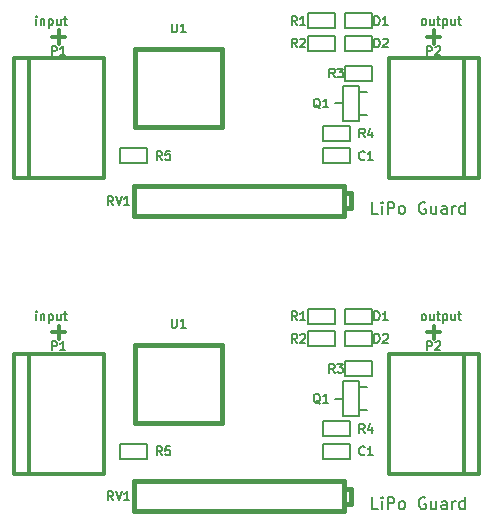
<source format=gto>
%MOIN*%
%OFA0B0*%
%FSLAX46Y46*%
%IPPOS*%
%LPD*%
%ADD10C,0.0039370078740157488*%
%ADD11C,0.005905511811023622*%
%ADD12C,0.011811023622047244*%
%ADD13C,0.015000000000000001*%
%ADD14C,0.012000000000000002*%
%ADD15C,0.005*%
%ADD26C,0.0039370078740157488*%
%ADD27C,0.005905511811023622*%
%ADD28C,0.011811023622047244*%
%ADD29C,0.015000000000000001*%
%ADD30C,0.012000000000000002*%
%ADD31C,0.005*%
%LPD*%
G01G01*
D10*
D11*
X0001365944Y0000811839D02*
X0001363132Y0000813245D01*
X0001361726Y0000814651D01*
X0001360320Y0000817463D01*
X0001360320Y0000825899D01*
X0001361726Y0000828712D01*
X0001363132Y0000830118D01*
X0001365944Y0000831524D01*
X0001370163Y0000831524D01*
X0001372975Y0000830118D01*
X0001374381Y0000828712D01*
X0001375787Y0000825899D01*
X0001375787Y0000817463D01*
X0001374381Y0000814651D01*
X0001372975Y0000813245D01*
X0001370163Y0000811839D01*
X0001365944Y0000811839D01*
X0001401096Y0000831524D02*
X0001401096Y0000811839D01*
X0001388442Y0000831524D02*
X0001388442Y0000816057D01*
X0001389848Y0000813245D01*
X0001392660Y0000811839D01*
X0001396878Y0000811839D01*
X0001399690Y0000813245D01*
X0001401096Y0000814651D01*
X0001410939Y0000831524D02*
X0001422187Y0000831524D01*
X0001415157Y0000841366D02*
X0001415157Y0000816057D01*
X0001416563Y0000813245D01*
X0001419375Y0000811839D01*
X0001422187Y0000811839D01*
X0001432030Y0000831524D02*
X0001432030Y0000801996D01*
X0001432030Y0000830118D02*
X0001434842Y0000831524D01*
X0001440466Y0000831524D01*
X0001443278Y0000830118D01*
X0001444685Y0000828712D01*
X0001446091Y0000825899D01*
X0001446091Y0000817463D01*
X0001444685Y0000814651D01*
X0001443278Y0000813245D01*
X0001440466Y0000811839D01*
X0001434842Y0000811839D01*
X0001432030Y0000813245D01*
X0001471400Y0000831524D02*
X0001471400Y0000811839D01*
X0001458745Y0000831524D02*
X0001458745Y0000816057D01*
X0001460151Y0000813245D01*
X0001462963Y0000811839D01*
X0001467182Y0000811839D01*
X0001469994Y0000813245D01*
X0001471400Y0000814651D01*
X0001481242Y0000831524D02*
X0001492491Y0000831524D01*
X0001485461Y0000841366D02*
X0001485461Y0000816057D01*
X0001486867Y0000813245D01*
X0001489679Y0000811839D01*
X0001492491Y0000811839D01*
X0000076490Y0000811839D02*
X0000076490Y0000831524D01*
X0000076490Y0000841366D02*
X0000075084Y0000839960D01*
X0000076490Y0000838554D01*
X0000077896Y0000839960D01*
X0000076490Y0000841366D01*
X0000076490Y0000838554D01*
X0000090551Y0000831524D02*
X0000090551Y0000811839D01*
X0000090551Y0000828712D02*
X0000091957Y0000830118D01*
X0000094769Y0000831524D01*
X0000098987Y0000831524D01*
X0000101799Y0000830118D01*
X0000103205Y0000827305D01*
X0000103205Y0000811839D01*
X0000117266Y0000831524D02*
X0000117266Y0000801996D01*
X0000117266Y0000830118D02*
X0000120078Y0000831524D01*
X0000125703Y0000831524D01*
X0000128515Y0000830118D01*
X0000129921Y0000828712D01*
X0000131327Y0000825899D01*
X0000131327Y0000817463D01*
X0000129921Y0000814651D01*
X0000128515Y0000813245D01*
X0000125703Y0000811839D01*
X0000120078Y0000811839D01*
X0000117266Y0000813245D01*
X0000156636Y0000831524D02*
X0000156636Y0000811839D01*
X0000143981Y0000831524D02*
X0000143981Y0000816057D01*
X0000145388Y0000813245D01*
X0000148200Y0000811839D01*
X0000152418Y0000811839D01*
X0000155230Y0000813245D01*
X0000156636Y0000814651D01*
X0000166479Y0000831524D02*
X0000177727Y0000831524D01*
X0000170697Y0000841366D02*
X0000170697Y0000816057D01*
X0000172103Y0000813245D01*
X0000174915Y0000811839D01*
X0000177727Y0000811839D01*
X0001215016Y0000182386D02*
X0001196269Y0000182386D01*
X0001196269Y0000221756D01*
X0001228140Y0000182386D02*
X0001228140Y0000208633D01*
X0001228140Y0000221756D02*
X0001226265Y0000219881D01*
X0001228140Y0000218007D01*
X0001230014Y0000219881D01*
X0001228140Y0000221756D01*
X0001228140Y0000218007D01*
X0001246887Y0000182386D02*
X0001246887Y0000221756D01*
X0001261886Y0000221756D01*
X0001265635Y0000219881D01*
X0001267510Y0000218007D01*
X0001269385Y0000214257D01*
X0001269385Y0000208633D01*
X0001267510Y0000204883D01*
X0001265635Y0000203009D01*
X0001261886Y0000201134D01*
X0001246887Y0000201134D01*
X0001291882Y0000182386D02*
X0001288132Y0000184261D01*
X0001286257Y0000186136D01*
X0001284383Y0000189885D01*
X0001284383Y0000201134D01*
X0001286257Y0000204883D01*
X0001288132Y0000206758D01*
X0001291882Y0000208633D01*
X0001297506Y0000208633D01*
X0001301256Y0000206758D01*
X0001303130Y0000204883D01*
X0001305005Y0000201134D01*
X0001305005Y0000189885D01*
X0001303130Y0000186136D01*
X0001301256Y0000184261D01*
X0001297506Y0000182386D01*
X0001291882Y0000182386D01*
X0001372497Y0000219881D02*
X0001368747Y0000221756D01*
X0001363123Y0000221756D01*
X0001357499Y0000219881D01*
X0001353749Y0000216132D01*
X0001351874Y0000212382D01*
X0001349999Y0000204883D01*
X0001349999Y0000199259D01*
X0001351874Y0000191760D01*
X0001353749Y0000188010D01*
X0001357499Y0000184261D01*
X0001363123Y0000182386D01*
X0001366872Y0000182386D01*
X0001372497Y0000184261D01*
X0001374371Y0000186136D01*
X0001374371Y0000199259D01*
X0001366872Y0000199259D01*
X0001408117Y0000208633D02*
X0001408117Y0000182386D01*
X0001391244Y0000208633D02*
X0001391244Y0000188010D01*
X0001393119Y0000184261D01*
X0001396869Y0000182386D01*
X0001402493Y0000182386D01*
X0001406242Y0000184261D01*
X0001408117Y0000186136D01*
X0001443738Y0000182386D02*
X0001443738Y0000203009D01*
X0001441863Y0000206758D01*
X0001438114Y0000208633D01*
X0001430614Y0000208633D01*
X0001426865Y0000206758D01*
X0001443738Y0000184261D02*
X0001439988Y0000182386D01*
X0001430614Y0000182386D01*
X0001426865Y0000184261D01*
X0001424990Y0000188010D01*
X0001424990Y0000191760D01*
X0001426865Y0000195509D01*
X0001430614Y0000197384D01*
X0001439988Y0000197384D01*
X0001443738Y0000199259D01*
X0001462485Y0000182386D02*
X0001462485Y0000208633D01*
X0001462485Y0000201134D02*
X0001464360Y0000204883D01*
X0001466235Y0000206758D01*
X0001469984Y0000208633D01*
X0001473734Y0000208633D01*
X0001503730Y0000182386D02*
X0001503730Y0000221756D01*
X0001503730Y0000184261D02*
X0001499981Y0000182386D01*
X0001492482Y0000182386D01*
X0001488732Y0000184261D01*
X0001486857Y0000186136D01*
X0001484983Y0000189885D01*
X0001484983Y0000201134D01*
X0001486857Y0000204883D01*
X0001488732Y0000206758D01*
X0001492482Y0000208633D01*
X0001499981Y0000208633D01*
X0001503730Y0000206758D01*
D12*
X0001377502Y0000770978D02*
X0001422497Y0000770978D01*
X0001400000Y0000748481D02*
X0001400000Y0000793475D01*
X0000127502Y0000770978D02*
X0000172497Y0000770978D01*
X0000150000Y0000748481D02*
X0000150000Y0000793475D01*
D13*
X0000404299Y0000730096D02*
X0000404299Y0000470296D01*
X0000404299Y0000470296D02*
X0000695700Y0000470296D01*
X0000695700Y0000470296D02*
X0000695700Y0000730096D01*
X0000695700Y0000730096D02*
X0000404299Y0000730096D01*
D14*
X0001499999Y0000700196D02*
X0001499999Y0000300196D01*
X0001550000Y0000700196D02*
X0001250000Y0000700196D01*
X0001250000Y0000700196D02*
X0001250000Y0000300196D01*
X0001250000Y0000300196D02*
X0001550000Y0000300196D01*
X0001550000Y0000300196D02*
X0001550000Y0000700196D01*
D15*
X0001105000Y0000850196D02*
X0001195000Y0000850196D01*
X0001195000Y0000850196D02*
X0001195000Y0000800196D01*
X0001195000Y0000800196D02*
X0001105000Y0000800196D01*
X0001105000Y0000800196D02*
X0001105000Y0000850196D01*
X0001105000Y0000775196D02*
X0001195000Y0000775196D01*
X0001195000Y0000775196D02*
X0001195000Y0000725196D01*
X0001195000Y0000725196D02*
X0001105000Y0000725196D01*
X0001105000Y0000725196D02*
X0001105000Y0000775196D01*
D14*
X0000050000Y0000300196D02*
X0000050000Y0000700196D01*
X0000000000Y0000300196D02*
X0000300000Y0000300196D01*
X0000300000Y0000300196D02*
X0000300000Y0000700196D01*
X0000300000Y0000700196D02*
X0000000000Y0000700196D01*
X0000000000Y0000700196D02*
X0000000000Y0000300196D01*
D15*
X0000979999Y0000850196D02*
X0001069999Y0000850196D01*
X0001069999Y0000850196D02*
X0001069999Y0000800196D01*
X0001069999Y0000800196D02*
X0000979999Y0000800196D01*
X0000979999Y0000800196D02*
X0000979999Y0000850196D01*
X0000979999Y0000775196D02*
X0001069999Y0000775196D01*
X0001069999Y0000775196D02*
X0001069999Y0000725196D01*
X0001069999Y0000725196D02*
X0000979999Y0000725196D01*
X0000979999Y0000725196D02*
X0000979999Y0000775196D01*
X0001030000Y0000475196D02*
X0001120000Y0000475196D01*
X0001120000Y0000475196D02*
X0001120000Y0000425196D01*
X0001120000Y0000425196D02*
X0001030000Y0000425196D01*
X0001030000Y0000425196D02*
X0001030000Y0000475196D01*
X0001105000Y0000675196D02*
X0001195000Y0000675196D01*
X0001195000Y0000675196D02*
X0001195000Y0000625196D01*
X0001195000Y0000625196D02*
X0001105000Y0000625196D01*
X0001105000Y0000625196D02*
X0001105000Y0000675196D01*
D13*
X0001099999Y0000200196D02*
X0001124999Y0000200196D01*
X0001124999Y0000200196D02*
X0001124999Y0000250196D01*
X0001124999Y0000250196D02*
X0001099999Y0000250196D01*
X0001099999Y0000275196D02*
X0000399999Y0000275196D01*
X0000399999Y0000275196D02*
X0000399999Y0000175196D01*
X0000399999Y0000175196D02*
X0001099999Y0000175196D01*
X0001099999Y0000175196D02*
X0001099999Y0000275196D01*
D15*
X0001152500Y0000587696D02*
X0001178499Y0000587696D01*
X0001152500Y0000512696D02*
X0001178499Y0000512696D01*
X0001097499Y0000550196D02*
X0001071500Y0000550196D01*
X0001097499Y0000491196D02*
X0001097499Y0000609196D01*
X0001097499Y0000609196D02*
X0001152500Y0000609196D01*
X0001152500Y0000609196D02*
X0001152500Y0000491196D01*
X0001152500Y0000491196D02*
X0001097499Y0000491196D01*
X0001030000Y0000400196D02*
X0001120000Y0000400196D01*
X0001120000Y0000400196D02*
X0001120000Y0000350196D01*
X0001120000Y0000350196D02*
X0001030000Y0000350196D01*
X0001030000Y0000350196D02*
X0001030000Y0000400196D01*
X0000354999Y0000400196D02*
X0000444999Y0000400196D01*
X0000444999Y0000400196D02*
X0000444999Y0000350196D01*
X0000444999Y0000350196D02*
X0000354999Y0000350196D01*
X0000354999Y0000350196D02*
X0000354999Y0000400196D01*
D11*
X0000527502Y0000816366D02*
X0000527502Y0000792463D01*
X0000528908Y0000789651D01*
X0000530314Y0000788245D01*
X0000533127Y0000786839D01*
X0000538751Y0000786839D01*
X0000541563Y0000788245D01*
X0000542969Y0000789651D01*
X0000544375Y0000792463D01*
X0000544375Y0000816366D01*
X0000573903Y0000786839D02*
X0000557030Y0000786839D01*
X0000565466Y0000786839D02*
X0000565466Y0000816366D01*
X0000562654Y0000812148D01*
X0000559842Y0000809336D01*
X0000557030Y0000807930D01*
X0001378205Y0000711839D02*
X0001378205Y0000741366D01*
X0001389454Y0000741366D01*
X0001392266Y0000739960D01*
X0001393672Y0000738554D01*
X0001395078Y0000735742D01*
X0001395078Y0000731524D01*
X0001393672Y0000728712D01*
X0001392266Y0000727305D01*
X0001389454Y0000725899D01*
X0001378205Y0000725899D01*
X0001406327Y0000738554D02*
X0001407733Y0000739960D01*
X0001410545Y0000741366D01*
X0001417575Y0000741366D01*
X0001420388Y0000739960D01*
X0001421794Y0000738554D01*
X0001423200Y0000735742D01*
X0001423200Y0000732930D01*
X0001421794Y0000728712D01*
X0001404921Y0000711839D01*
X0001423200Y0000711839D01*
X0001203205Y0000811839D02*
X0001203205Y0000841366D01*
X0001210236Y0000841366D01*
X0001214454Y0000839960D01*
X0001217266Y0000837148D01*
X0001218672Y0000834336D01*
X0001220078Y0000828712D01*
X0001220078Y0000824493D01*
X0001218672Y0000818869D01*
X0001217266Y0000816057D01*
X0001214454Y0000813245D01*
X0001210236Y0000811839D01*
X0001203205Y0000811839D01*
X0001248200Y0000811839D02*
X0001231327Y0000811839D01*
X0001239763Y0000811839D02*
X0001239763Y0000841366D01*
X0001236951Y0000837148D01*
X0001234139Y0000834336D01*
X0001231327Y0000832930D01*
X0001203205Y0000736839D02*
X0001203205Y0000766366D01*
X0001210236Y0000766366D01*
X0001214454Y0000764960D01*
X0001217266Y0000762148D01*
X0001218672Y0000759336D01*
X0001220078Y0000753712D01*
X0001220078Y0000749493D01*
X0001218672Y0000743869D01*
X0001217266Y0000741057D01*
X0001214454Y0000738245D01*
X0001210236Y0000736839D01*
X0001203205Y0000736839D01*
X0001231327Y0000763554D02*
X0001232733Y0000764960D01*
X0001235545Y0000766366D01*
X0001242575Y0000766366D01*
X0001245388Y0000764960D01*
X0001246794Y0000763554D01*
X0001248200Y0000760742D01*
X0001248200Y0000757930D01*
X0001246794Y0000753712D01*
X0001229921Y0000736839D01*
X0001248200Y0000736839D01*
X0000128205Y0000711839D02*
X0000128205Y0000741366D01*
X0000139454Y0000741366D01*
X0000142266Y0000739960D01*
X0000143672Y0000738554D01*
X0000145078Y0000735742D01*
X0000145078Y0000731524D01*
X0000143672Y0000728712D01*
X0000142266Y0000727305D01*
X0000139454Y0000725899D01*
X0000128205Y0000725899D01*
X0000173200Y0000711839D02*
X0000156327Y0000711839D01*
X0000164763Y0000711839D02*
X0000164763Y0000741366D01*
X0000161951Y0000737148D01*
X0000159139Y0000734336D01*
X0000156327Y0000732930D01*
X0000945078Y0000811839D02*
X0000935236Y0000825899D01*
X0000928205Y0000811839D02*
X0000928205Y0000841366D01*
X0000939454Y0000841366D01*
X0000942266Y0000839960D01*
X0000943672Y0000838554D01*
X0000945078Y0000835742D01*
X0000945078Y0000831524D01*
X0000943672Y0000828712D01*
X0000942266Y0000827305D01*
X0000939454Y0000825899D01*
X0000928205Y0000825899D01*
X0000973200Y0000811839D02*
X0000956327Y0000811839D01*
X0000964763Y0000811839D02*
X0000964763Y0000841366D01*
X0000961951Y0000837148D01*
X0000959139Y0000834336D01*
X0000956327Y0000832930D01*
X0000945078Y0000736839D02*
X0000935236Y0000750899D01*
X0000928205Y0000736839D02*
X0000928205Y0000766366D01*
X0000939454Y0000766366D01*
X0000942266Y0000764960D01*
X0000943672Y0000763554D01*
X0000945078Y0000760742D01*
X0000945078Y0000756524D01*
X0000943672Y0000753712D01*
X0000942266Y0000752305D01*
X0000939454Y0000750899D01*
X0000928205Y0000750899D01*
X0000956327Y0000763554D02*
X0000957733Y0000764960D01*
X0000960545Y0000766366D01*
X0000967575Y0000766366D01*
X0000970388Y0000764960D01*
X0000971794Y0000763554D01*
X0000973200Y0000760742D01*
X0000973200Y0000757930D01*
X0000971794Y0000753712D01*
X0000954921Y0000736839D01*
X0000973200Y0000736839D01*
X0001170078Y0000436839D02*
X0001160236Y0000450899D01*
X0001153205Y0000436839D02*
X0001153205Y0000466366D01*
X0001164454Y0000466366D01*
X0001167266Y0000464960D01*
X0001168672Y0000463554D01*
X0001170078Y0000460742D01*
X0001170078Y0000456524D01*
X0001168672Y0000453712D01*
X0001167266Y0000452305D01*
X0001164454Y0000450899D01*
X0001153205Y0000450899D01*
X0001195388Y0000456524D02*
X0001195388Y0000436839D01*
X0001188357Y0000467772D02*
X0001181327Y0000446681D01*
X0001199606Y0000446681D01*
X0001070078Y0000636839D02*
X0001060236Y0000650899D01*
X0001053205Y0000636839D02*
X0001053205Y0000666366D01*
X0001064454Y0000666366D01*
X0001067266Y0000664960D01*
X0001068672Y0000663554D01*
X0001070078Y0000660742D01*
X0001070078Y0000656524D01*
X0001068672Y0000653712D01*
X0001067266Y0000652305D01*
X0001064454Y0000650899D01*
X0001053205Y0000650899D01*
X0001079921Y0000666366D02*
X0001098200Y0000666366D01*
X0001088357Y0000655118D01*
X0001092575Y0000655118D01*
X0001095388Y0000653712D01*
X0001096794Y0000652305D01*
X0001098200Y0000649493D01*
X0001098200Y0000642463D01*
X0001096794Y0000639651D01*
X0001095388Y0000638245D01*
X0001092575Y0000636839D01*
X0001084139Y0000636839D01*
X0001081327Y0000638245D01*
X0001079921Y0000639651D01*
X0000332424Y0000211839D02*
X0000322581Y0000225899D01*
X0000315551Y0000211839D02*
X0000315551Y0000241366D01*
X0000326799Y0000241366D01*
X0000329611Y0000239960D01*
X0000331018Y0000238554D01*
X0000332424Y0000235742D01*
X0000332424Y0000231524D01*
X0000331018Y0000228712D01*
X0000329611Y0000227305D01*
X0000326799Y0000225899D01*
X0000315551Y0000225899D01*
X0000340860Y0000241366D02*
X0000350703Y0000211839D01*
X0000360545Y0000241366D01*
X0000385854Y0000211839D02*
X0000368981Y0000211839D01*
X0000377418Y0000211839D02*
X0000377418Y0000241366D01*
X0000374606Y0000237148D01*
X0000371794Y0000234336D01*
X0000368981Y0000232930D01*
X0001022187Y0000534026D02*
X0001019375Y0000535433D01*
X0001016563Y0000538245D01*
X0001012345Y0000542463D01*
X0001009533Y0000543869D01*
X0001006721Y0000543869D01*
X0001008127Y0000536839D02*
X0001005314Y0000538245D01*
X0001002502Y0000541057D01*
X0001001096Y0000546681D01*
X0001001096Y0000556524D01*
X0001002502Y0000562148D01*
X0001005314Y0000564960D01*
X0001008127Y0000566366D01*
X0001013751Y0000566366D01*
X0001016563Y0000564960D01*
X0001019375Y0000562148D01*
X0001020781Y0000556524D01*
X0001020781Y0000546681D01*
X0001019375Y0000541057D01*
X0001016563Y0000538245D01*
X0001013751Y0000536839D01*
X0001008127Y0000536839D01*
X0001048903Y0000536839D02*
X0001032030Y0000536839D01*
X0001040466Y0000536839D02*
X0001040466Y0000566366D01*
X0001037654Y0000562148D01*
X0001034842Y0000559336D01*
X0001032030Y0000557930D01*
X0001170078Y0000364651D02*
X0001168672Y0000363245D01*
X0001164454Y0000361839D01*
X0001161642Y0000361839D01*
X0001157424Y0000363245D01*
X0001154611Y0000366057D01*
X0001153205Y0000368869D01*
X0001151799Y0000374493D01*
X0001151799Y0000378712D01*
X0001153205Y0000384336D01*
X0001154611Y0000387148D01*
X0001157424Y0000389960D01*
X0001161642Y0000391366D01*
X0001164454Y0000391366D01*
X0001168672Y0000389960D01*
X0001170078Y0000388554D01*
X0001198200Y0000361839D02*
X0001181327Y0000361839D01*
X0001189763Y0000361839D02*
X0001189763Y0000391366D01*
X0001186951Y0000387148D01*
X0001184139Y0000384336D01*
X0001181327Y0000382930D01*
X0000495078Y0000361839D02*
X0000485236Y0000375899D01*
X0000478205Y0000361839D02*
X0000478205Y0000391366D01*
X0000489454Y0000391366D01*
X0000492266Y0000389960D01*
X0000493672Y0000388554D01*
X0000495078Y0000385742D01*
X0000495078Y0000381524D01*
X0000493672Y0000378712D01*
X0000492266Y0000377305D01*
X0000489454Y0000375899D01*
X0000478205Y0000375899D01*
X0000521794Y0000391366D02*
X0000507733Y0000391366D01*
X0000506327Y0000377305D01*
X0000507733Y0000378712D01*
X0000510545Y0000380118D01*
X0000517575Y0000380118D01*
X0000520388Y0000378712D01*
X0000521794Y0000377305D01*
X0000523200Y0000374493D01*
X0000523200Y0000367463D01*
X0000521794Y0000364651D01*
X0000520388Y0000363245D01*
X0000517575Y0000361839D01*
X0000510545Y0000361839D01*
X0000507733Y0000363245D01*
X0000506327Y0000364651D01*
G04 next file*
G04 #@! TF.FileFunction,Legend,Top*
G04 Gerber Fmt 4.6, Leading zero omitted, Abs format (unit mm)*
G04 Created by KiCad (PCBNEW 4.0.4-stable) date Thu Oct  6 13:32:55 2016*
G01G01*
G04 APERTURE LIST*
G04 APERTURE END LIST*
D26*
D27*
X0001365944Y0001796091D02*
X0001363132Y0001797497D01*
X0001361726Y0001798903D01*
X0001360320Y0001801715D01*
X0001360320Y0001810151D01*
X0001361726Y0001812963D01*
X0001363132Y0001814370D01*
X0001365944Y0001815776D01*
X0001370163Y0001815776D01*
X0001372975Y0001814370D01*
X0001374381Y0001812963D01*
X0001375787Y0001810151D01*
X0001375787Y0001801715D01*
X0001374381Y0001798903D01*
X0001372975Y0001797497D01*
X0001370163Y0001796091D01*
X0001365944Y0001796091D01*
X0001401096Y0001815776D02*
X0001401096Y0001796091D01*
X0001388442Y0001815776D02*
X0001388442Y0001800309D01*
X0001389848Y0001797497D01*
X0001392660Y0001796091D01*
X0001396878Y0001796091D01*
X0001399690Y0001797497D01*
X0001401096Y0001798903D01*
X0001410939Y0001815776D02*
X0001422187Y0001815776D01*
X0001415157Y0001825618D02*
X0001415157Y0001800309D01*
X0001416563Y0001797497D01*
X0001419375Y0001796091D01*
X0001422187Y0001796091D01*
X0001432030Y0001815776D02*
X0001432030Y0001786248D01*
X0001432030Y0001814370D02*
X0001434842Y0001815776D01*
X0001440466Y0001815776D01*
X0001443278Y0001814370D01*
X0001444685Y0001812963D01*
X0001446091Y0001810151D01*
X0001446091Y0001801715D01*
X0001444685Y0001798903D01*
X0001443278Y0001797497D01*
X0001440466Y0001796091D01*
X0001434842Y0001796091D01*
X0001432030Y0001797497D01*
X0001471400Y0001815776D02*
X0001471400Y0001796091D01*
X0001458745Y0001815776D02*
X0001458745Y0001800309D01*
X0001460151Y0001797497D01*
X0001462963Y0001796091D01*
X0001467182Y0001796091D01*
X0001469994Y0001797497D01*
X0001471400Y0001798903D01*
X0001481242Y0001815776D02*
X0001492491Y0001815776D01*
X0001485461Y0001825618D02*
X0001485461Y0001800309D01*
X0001486867Y0001797497D01*
X0001489679Y0001796091D01*
X0001492491Y0001796091D01*
X0000076490Y0001796091D02*
X0000076490Y0001815776D01*
X0000076490Y0001825618D02*
X0000075084Y0001824212D01*
X0000076490Y0001822806D01*
X0000077896Y0001824212D01*
X0000076490Y0001825618D01*
X0000076490Y0001822806D01*
X0000090551Y0001815776D02*
X0000090551Y0001796091D01*
X0000090551Y0001812963D02*
X0000091957Y0001814370D01*
X0000094769Y0001815776D01*
X0000098987Y0001815776D01*
X0000101799Y0001814370D01*
X0000103205Y0001811557D01*
X0000103205Y0001796091D01*
X0000117266Y0001815776D02*
X0000117266Y0001786248D01*
X0000117266Y0001814370D02*
X0000120078Y0001815776D01*
X0000125703Y0001815776D01*
X0000128515Y0001814370D01*
X0000129921Y0001812963D01*
X0000131327Y0001810151D01*
X0000131327Y0001801715D01*
X0000129921Y0001798903D01*
X0000128515Y0001797497D01*
X0000125703Y0001796091D01*
X0000120078Y0001796091D01*
X0000117266Y0001797497D01*
X0000156636Y0001815776D02*
X0000156636Y0001796091D01*
X0000143981Y0001815776D02*
X0000143981Y0001800309D01*
X0000145388Y0001797497D01*
X0000148200Y0001796091D01*
X0000152418Y0001796091D01*
X0000155230Y0001797497D01*
X0000156636Y0001798903D01*
X0000166479Y0001815776D02*
X0000177727Y0001815776D01*
X0000170697Y0001825618D02*
X0000170697Y0001800309D01*
X0000172103Y0001797497D01*
X0000174915Y0001796091D01*
X0000177727Y0001796091D01*
X0001215016Y0001166638D02*
X0001196269Y0001166638D01*
X0001196269Y0001206008D01*
X0001228140Y0001166638D02*
X0001228140Y0001192885D01*
X0001228140Y0001206008D02*
X0001226265Y0001204133D01*
X0001228140Y0001202259D01*
X0001230014Y0001204133D01*
X0001228140Y0001206008D01*
X0001228140Y0001202259D01*
X0001246887Y0001166638D02*
X0001246887Y0001206008D01*
X0001261886Y0001206008D01*
X0001265635Y0001204133D01*
X0001267510Y0001202259D01*
X0001269385Y0001198509D01*
X0001269385Y0001192885D01*
X0001267510Y0001189135D01*
X0001265635Y0001187260D01*
X0001261886Y0001185386D01*
X0001246887Y0001185386D01*
X0001291882Y0001166638D02*
X0001288132Y0001168513D01*
X0001286257Y0001170388D01*
X0001284383Y0001174137D01*
X0001284383Y0001185386D01*
X0001286257Y0001189135D01*
X0001288132Y0001191010D01*
X0001291882Y0001192885D01*
X0001297506Y0001192885D01*
X0001301256Y0001191010D01*
X0001303130Y0001189135D01*
X0001305005Y0001185386D01*
X0001305005Y0001174137D01*
X0001303130Y0001170388D01*
X0001301256Y0001168513D01*
X0001297506Y0001166638D01*
X0001291882Y0001166638D01*
X0001372497Y0001204133D02*
X0001368747Y0001206008D01*
X0001363123Y0001206008D01*
X0001357499Y0001204133D01*
X0001353749Y0001200384D01*
X0001351874Y0001196634D01*
X0001349999Y0001189135D01*
X0001349999Y0001183511D01*
X0001351874Y0001176012D01*
X0001353749Y0001172262D01*
X0001357499Y0001168513D01*
X0001363123Y0001166638D01*
X0001366872Y0001166638D01*
X0001372497Y0001168513D01*
X0001374371Y0001170388D01*
X0001374371Y0001183511D01*
X0001366872Y0001183511D01*
X0001408117Y0001192885D02*
X0001408117Y0001166638D01*
X0001391244Y0001192885D02*
X0001391244Y0001172262D01*
X0001393119Y0001168513D01*
X0001396869Y0001166638D01*
X0001402493Y0001166638D01*
X0001406242Y0001168513D01*
X0001408117Y0001170388D01*
X0001443738Y0001166638D02*
X0001443738Y0001187260D01*
X0001441863Y0001191010D01*
X0001438114Y0001192885D01*
X0001430614Y0001192885D01*
X0001426865Y0001191010D01*
X0001443738Y0001168513D02*
X0001439988Y0001166638D01*
X0001430614Y0001166638D01*
X0001426865Y0001168513D01*
X0001424990Y0001172262D01*
X0001424990Y0001176012D01*
X0001426865Y0001179761D01*
X0001430614Y0001181636D01*
X0001439988Y0001181636D01*
X0001443738Y0001183511D01*
X0001462485Y0001166638D02*
X0001462485Y0001192885D01*
X0001462485Y0001185386D02*
X0001464360Y0001189135D01*
X0001466235Y0001191010D01*
X0001469984Y0001192885D01*
X0001473734Y0001192885D01*
X0001503730Y0001166638D02*
X0001503730Y0001206008D01*
X0001503730Y0001168513D02*
X0001499981Y0001166638D01*
X0001492482Y0001166638D01*
X0001488732Y0001168513D01*
X0001486857Y0001170388D01*
X0001484983Y0001174137D01*
X0001484983Y0001185386D01*
X0001486857Y0001189135D01*
X0001488732Y0001191010D01*
X0001492482Y0001192885D01*
X0001499981Y0001192885D01*
X0001503730Y0001191010D01*
D28*
X0001377502Y0001755230D02*
X0001422497Y0001755230D01*
X0001400000Y0001732733D02*
X0001400000Y0001777727D01*
X0000127502Y0001755230D02*
X0000172497Y0001755230D01*
X0000150000Y0001732733D02*
X0000150000Y0001777727D01*
D29*
X0000404299Y0001714348D02*
X0000404299Y0001454548D01*
X0000404299Y0001454548D02*
X0000695700Y0001454548D01*
X0000695700Y0001454548D02*
X0000695700Y0001714348D01*
X0000695700Y0001714348D02*
X0000404299Y0001714348D01*
D30*
X0001499999Y0001684448D02*
X0001499999Y0001284448D01*
X0001550000Y0001684448D02*
X0001250000Y0001684448D01*
X0001250000Y0001684448D02*
X0001250000Y0001284448D01*
X0001250000Y0001284448D02*
X0001550000Y0001284448D01*
X0001550000Y0001284448D02*
X0001550000Y0001684448D01*
D31*
X0001105000Y0001834448D02*
X0001195000Y0001834448D01*
X0001195000Y0001834448D02*
X0001195000Y0001784448D01*
X0001195000Y0001784448D02*
X0001105000Y0001784448D01*
X0001105000Y0001784448D02*
X0001105000Y0001834448D01*
X0001105000Y0001759448D02*
X0001195000Y0001759448D01*
X0001195000Y0001759448D02*
X0001195000Y0001709448D01*
X0001195000Y0001709448D02*
X0001105000Y0001709448D01*
X0001105000Y0001709448D02*
X0001105000Y0001759448D01*
D30*
X0000050000Y0001284448D02*
X0000050000Y0001684448D01*
X0000000000Y0001284448D02*
X0000300000Y0001284448D01*
X0000300000Y0001284448D02*
X0000300000Y0001684448D01*
X0000300000Y0001684448D02*
X0000000000Y0001684448D01*
X0000000000Y0001684448D02*
X0000000000Y0001284448D01*
D31*
X0000979999Y0001834448D02*
X0001069999Y0001834448D01*
X0001069999Y0001834448D02*
X0001069999Y0001784448D01*
X0001069999Y0001784448D02*
X0000979999Y0001784448D01*
X0000979999Y0001784448D02*
X0000979999Y0001834448D01*
X0000979999Y0001759448D02*
X0001069999Y0001759448D01*
X0001069999Y0001759448D02*
X0001069999Y0001709448D01*
X0001069999Y0001709448D02*
X0000979999Y0001709448D01*
X0000979999Y0001709448D02*
X0000979999Y0001759448D01*
X0001030000Y0001459448D02*
X0001120000Y0001459448D01*
X0001120000Y0001459448D02*
X0001120000Y0001409448D01*
X0001120000Y0001409448D02*
X0001030000Y0001409448D01*
X0001030000Y0001409448D02*
X0001030000Y0001459448D01*
X0001105000Y0001659448D02*
X0001195000Y0001659448D01*
X0001195000Y0001659448D02*
X0001195000Y0001609448D01*
X0001195000Y0001609448D02*
X0001105000Y0001609448D01*
X0001105000Y0001609448D02*
X0001105000Y0001659448D01*
D29*
X0001099999Y0001184448D02*
X0001124999Y0001184448D01*
X0001124999Y0001184448D02*
X0001124999Y0001234448D01*
X0001124999Y0001234448D02*
X0001099999Y0001234448D01*
X0001099999Y0001259448D02*
X0000399999Y0001259448D01*
X0000399999Y0001259448D02*
X0000399999Y0001159448D01*
X0000399999Y0001159448D02*
X0001099999Y0001159448D01*
X0001099999Y0001159448D02*
X0001099999Y0001259448D01*
D31*
X0001152500Y0001571948D02*
X0001178499Y0001571948D01*
X0001152500Y0001496948D02*
X0001178499Y0001496948D01*
X0001097499Y0001534448D02*
X0001071500Y0001534448D01*
X0001097499Y0001475448D02*
X0001097499Y0001593448D01*
X0001097499Y0001593448D02*
X0001152500Y0001593448D01*
X0001152500Y0001593448D02*
X0001152500Y0001475448D01*
X0001152500Y0001475448D02*
X0001097499Y0001475448D01*
X0001030000Y0001384448D02*
X0001120000Y0001384448D01*
X0001120000Y0001384448D02*
X0001120000Y0001334448D01*
X0001120000Y0001334448D02*
X0001030000Y0001334448D01*
X0001030000Y0001334448D02*
X0001030000Y0001384448D01*
X0000354999Y0001384448D02*
X0000444999Y0001384448D01*
X0000444999Y0001384448D02*
X0000444999Y0001334448D01*
X0000444999Y0001334448D02*
X0000354999Y0001334448D01*
X0000354999Y0001334448D02*
X0000354999Y0001384448D01*
D27*
X0000527502Y0001800618D02*
X0000527502Y0001776715D01*
X0000528908Y0001773903D01*
X0000530314Y0001772497D01*
X0000533127Y0001771091D01*
X0000538751Y0001771091D01*
X0000541563Y0001772497D01*
X0000542969Y0001773903D01*
X0000544375Y0001776715D01*
X0000544375Y0001800618D01*
X0000573903Y0001771091D02*
X0000557030Y0001771091D01*
X0000565466Y0001771091D02*
X0000565466Y0001800618D01*
X0000562654Y0001796400D01*
X0000559842Y0001793588D01*
X0000557030Y0001792182D01*
X0001378205Y0001696091D02*
X0001378205Y0001725618D01*
X0001389454Y0001725618D01*
X0001392266Y0001724212D01*
X0001393672Y0001722806D01*
X0001395078Y0001719994D01*
X0001395078Y0001715776D01*
X0001393672Y0001712964D01*
X0001392266Y0001711557D01*
X0001389454Y0001710151D01*
X0001378205Y0001710151D01*
X0001406327Y0001722806D02*
X0001407733Y0001724212D01*
X0001410545Y0001725618D01*
X0001417575Y0001725618D01*
X0001420388Y0001724212D01*
X0001421794Y0001722806D01*
X0001423200Y0001719994D01*
X0001423200Y0001717182D01*
X0001421794Y0001712964D01*
X0001404921Y0001696091D01*
X0001423200Y0001696091D01*
X0001203205Y0001796091D02*
X0001203205Y0001825618D01*
X0001210236Y0001825618D01*
X0001214454Y0001824212D01*
X0001217266Y0001821400D01*
X0001218672Y0001818588D01*
X0001220078Y0001812963D01*
X0001220078Y0001808745D01*
X0001218672Y0001803121D01*
X0001217266Y0001800309D01*
X0001214454Y0001797497D01*
X0001210236Y0001796091D01*
X0001203205Y0001796091D01*
X0001248200Y0001796091D02*
X0001231327Y0001796091D01*
X0001239763Y0001796091D02*
X0001239763Y0001825618D01*
X0001236951Y0001821400D01*
X0001234139Y0001818588D01*
X0001231327Y0001817182D01*
X0001203205Y0001721091D02*
X0001203205Y0001750618D01*
X0001210236Y0001750618D01*
X0001214454Y0001749212D01*
X0001217266Y0001746400D01*
X0001218672Y0001743588D01*
X0001220078Y0001737963D01*
X0001220078Y0001733745D01*
X0001218672Y0001728121D01*
X0001217266Y0001725309D01*
X0001214454Y0001722497D01*
X0001210236Y0001721091D01*
X0001203205Y0001721091D01*
X0001231327Y0001747806D02*
X0001232733Y0001749212D01*
X0001235545Y0001750618D01*
X0001242575Y0001750618D01*
X0001245388Y0001749212D01*
X0001246794Y0001747806D01*
X0001248200Y0001744994D01*
X0001248200Y0001742182D01*
X0001246794Y0001737963D01*
X0001229921Y0001721091D01*
X0001248200Y0001721091D01*
X0000128205Y0001696091D02*
X0000128205Y0001725618D01*
X0000139454Y0001725618D01*
X0000142266Y0001724212D01*
X0000143672Y0001722806D01*
X0000145078Y0001719994D01*
X0000145078Y0001715776D01*
X0000143672Y0001712964D01*
X0000142266Y0001711557D01*
X0000139454Y0001710151D01*
X0000128205Y0001710151D01*
X0000173200Y0001696091D02*
X0000156327Y0001696091D01*
X0000164763Y0001696091D02*
X0000164763Y0001725618D01*
X0000161951Y0001721400D01*
X0000159139Y0001718588D01*
X0000156327Y0001717182D01*
X0000945078Y0001796091D02*
X0000935236Y0001810151D01*
X0000928205Y0001796091D02*
X0000928205Y0001825618D01*
X0000939454Y0001825618D01*
X0000942266Y0001824212D01*
X0000943672Y0001822806D01*
X0000945078Y0001819994D01*
X0000945078Y0001815776D01*
X0000943672Y0001812963D01*
X0000942266Y0001811557D01*
X0000939454Y0001810151D01*
X0000928205Y0001810151D01*
X0000973200Y0001796091D02*
X0000956327Y0001796091D01*
X0000964763Y0001796091D02*
X0000964763Y0001825618D01*
X0000961951Y0001821400D01*
X0000959139Y0001818588D01*
X0000956327Y0001817182D01*
X0000945078Y0001721091D02*
X0000935236Y0001735151D01*
X0000928205Y0001721091D02*
X0000928205Y0001750618D01*
X0000939454Y0001750618D01*
X0000942266Y0001749212D01*
X0000943672Y0001747806D01*
X0000945078Y0001744994D01*
X0000945078Y0001740776D01*
X0000943672Y0001737963D01*
X0000942266Y0001736557D01*
X0000939454Y0001735151D01*
X0000928205Y0001735151D01*
X0000956327Y0001747806D02*
X0000957733Y0001749212D01*
X0000960545Y0001750618D01*
X0000967575Y0001750618D01*
X0000970388Y0001749212D01*
X0000971794Y0001747806D01*
X0000973200Y0001744994D01*
X0000973200Y0001742182D01*
X0000971794Y0001737963D01*
X0000954921Y0001721091D01*
X0000973200Y0001721091D01*
X0001170078Y0001421091D02*
X0001160236Y0001435151D01*
X0001153205Y0001421091D02*
X0001153205Y0001450618D01*
X0001164454Y0001450618D01*
X0001167266Y0001449212D01*
X0001168672Y0001447806D01*
X0001170078Y0001444994D01*
X0001170078Y0001440776D01*
X0001168672Y0001437964D01*
X0001167266Y0001436557D01*
X0001164454Y0001435151D01*
X0001153205Y0001435151D01*
X0001195388Y0001440776D02*
X0001195388Y0001421091D01*
X0001188357Y0001452024D02*
X0001181327Y0001430933D01*
X0001199606Y0001430933D01*
X0001070078Y0001621091D02*
X0001060236Y0001635151D01*
X0001053205Y0001621091D02*
X0001053205Y0001650618D01*
X0001064454Y0001650618D01*
X0001067266Y0001649212D01*
X0001068672Y0001647806D01*
X0001070078Y0001644994D01*
X0001070078Y0001640776D01*
X0001068672Y0001637964D01*
X0001067266Y0001636557D01*
X0001064454Y0001635151D01*
X0001053205Y0001635151D01*
X0001079921Y0001650618D02*
X0001098200Y0001650618D01*
X0001088357Y0001639370D01*
X0001092575Y0001639370D01*
X0001095388Y0001637964D01*
X0001096794Y0001636557D01*
X0001098200Y0001633745D01*
X0001098200Y0001626715D01*
X0001096794Y0001623903D01*
X0001095388Y0001622497D01*
X0001092575Y0001621091D01*
X0001084139Y0001621091D01*
X0001081327Y0001622497D01*
X0001079921Y0001623903D01*
X0000332424Y0001196091D02*
X0000322581Y0001210151D01*
X0000315551Y0001196091D02*
X0000315551Y0001225618D01*
X0000326799Y0001225618D01*
X0000329611Y0001224212D01*
X0000331018Y0001222806D01*
X0000332424Y0001219994D01*
X0000332424Y0001215776D01*
X0000331018Y0001212964D01*
X0000329611Y0001211557D01*
X0000326799Y0001210151D01*
X0000315551Y0001210151D01*
X0000340860Y0001225618D02*
X0000350703Y0001196091D01*
X0000360545Y0001225618D01*
X0000385854Y0001196091D02*
X0000368981Y0001196091D01*
X0000377418Y0001196091D02*
X0000377418Y0001225618D01*
X0000374606Y0001221400D01*
X0000371794Y0001218588D01*
X0000368981Y0001217182D01*
X0001022187Y0001518278D02*
X0001019375Y0001519685D01*
X0001016563Y0001522497D01*
X0001012345Y0001526715D01*
X0001009533Y0001528121D01*
X0001006721Y0001528121D01*
X0001008127Y0001521091D02*
X0001005314Y0001522497D01*
X0001002502Y0001525309D01*
X0001001096Y0001530933D01*
X0001001096Y0001540776D01*
X0001002502Y0001546400D01*
X0001005314Y0001549212D01*
X0001008127Y0001550618D01*
X0001013751Y0001550618D01*
X0001016563Y0001549212D01*
X0001019375Y0001546400D01*
X0001020781Y0001540776D01*
X0001020781Y0001530933D01*
X0001019375Y0001525309D01*
X0001016563Y0001522497D01*
X0001013751Y0001521091D01*
X0001008127Y0001521091D01*
X0001048903Y0001521091D02*
X0001032030Y0001521091D01*
X0001040466Y0001521091D02*
X0001040466Y0001550618D01*
X0001037654Y0001546400D01*
X0001034842Y0001543588D01*
X0001032030Y0001542182D01*
X0001170078Y0001348903D02*
X0001168672Y0001347497D01*
X0001164454Y0001346091D01*
X0001161642Y0001346091D01*
X0001157424Y0001347497D01*
X0001154611Y0001350309D01*
X0001153205Y0001353121D01*
X0001151799Y0001358745D01*
X0001151799Y0001362964D01*
X0001153205Y0001368588D01*
X0001154611Y0001371400D01*
X0001157424Y0001374212D01*
X0001161642Y0001375618D01*
X0001164454Y0001375618D01*
X0001168672Y0001374212D01*
X0001170078Y0001372806D01*
X0001198200Y0001346091D02*
X0001181327Y0001346091D01*
X0001189763Y0001346091D02*
X0001189763Y0001375618D01*
X0001186951Y0001371400D01*
X0001184139Y0001368588D01*
X0001181327Y0001367182D01*
X0000495078Y0001346091D02*
X0000485236Y0001360151D01*
X0000478205Y0001346091D02*
X0000478205Y0001375618D01*
X0000489454Y0001375618D01*
X0000492266Y0001374212D01*
X0000493672Y0001372806D01*
X0000495078Y0001369994D01*
X0000495078Y0001365776D01*
X0000493672Y0001362964D01*
X0000492266Y0001361557D01*
X0000489454Y0001360151D01*
X0000478205Y0001360151D01*
X0000521794Y0001375618D02*
X0000507733Y0001375618D01*
X0000506327Y0001361557D01*
X0000507733Y0001362964D01*
X0000510545Y0001364370D01*
X0000517575Y0001364370D01*
X0000520388Y0001362964D01*
X0000521794Y0001361557D01*
X0000523200Y0001358745D01*
X0000523200Y0001351715D01*
X0000521794Y0001348903D01*
X0000520388Y0001347497D01*
X0000517575Y0001346091D01*
X0000510545Y0001346091D01*
X0000507733Y0001347497D01*
X0000506327Y0001348903D01*
M02*
</source>
